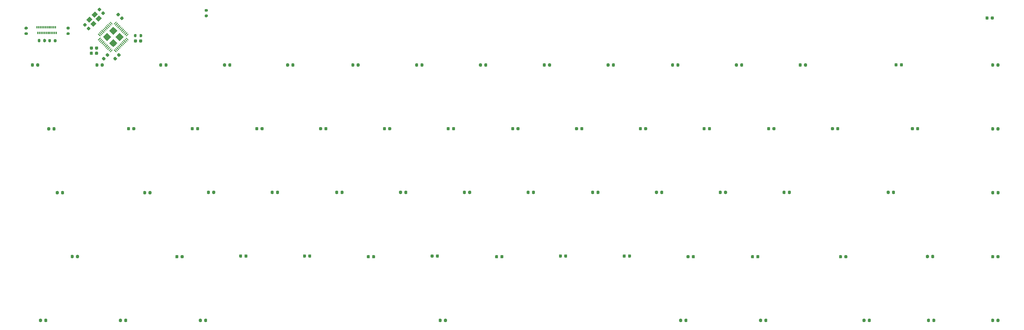
<source format=gbp>
G04 #@! TF.GenerationSoftware,KiCad,Pcbnew,(5.1.9)-1*
G04 #@! TF.CreationDate,2021-04-19T20:06:47-07:00*
G04 #@! TF.ProjectId,keyboard,6b657962-6f61-4726-942e-6b696361645f,rev?*
G04 #@! TF.SameCoordinates,Original*
G04 #@! TF.FileFunction,Paste,Bot*
G04 #@! TF.FilePolarity,Positive*
%FSLAX46Y46*%
G04 Gerber Fmt 4.6, Leading zero omitted, Abs format (unit mm)*
G04 Created by KiCad (PCBNEW (5.1.9)-1) date 2021-04-19 20:06:47*
%MOMM*%
%LPD*%
G01*
G04 APERTURE LIST*
%ADD10C,0.010000*%
%ADD11R,0.300000X0.700000*%
%ADD12C,0.100000*%
G04 APERTURE END LIST*
D10*
G04 #@! TO.C,U1*
G36*
X102870000Y-41739177D02*
G01*
X104029655Y-40579522D01*
X102870000Y-39419867D01*
X101710345Y-40579522D01*
X102870000Y-41739177D01*
G37*
X102870000Y-41739177D02*
X104029655Y-40579522D01*
X102870000Y-39419867D01*
X101710345Y-40579522D01*
X102870000Y-41739177D01*
G36*
X101031522Y-43577655D02*
G01*
X102191177Y-42418000D01*
X101031522Y-41258345D01*
X99871867Y-42418000D01*
X101031522Y-43577655D01*
G37*
X101031522Y-43577655D02*
X102191177Y-42418000D01*
X101031522Y-41258345D01*
X99871867Y-42418000D01*
X101031522Y-43577655D01*
G36*
X104708478Y-43577655D02*
G01*
X105868133Y-42418000D01*
X104708478Y-41258345D01*
X103548823Y-42418000D01*
X104708478Y-43577655D01*
G37*
X104708478Y-43577655D02*
X105868133Y-42418000D01*
X104708478Y-41258345D01*
X103548823Y-42418000D01*
X104708478Y-43577655D01*
G36*
X102870000Y-45416133D02*
G01*
X104029655Y-44256478D01*
X102870000Y-43096823D01*
X101710345Y-44256478D01*
X102870000Y-45416133D01*
G37*
X102870000Y-45416133D02*
X104029655Y-44256478D01*
X102870000Y-43096823D01*
X101710345Y-44256478D01*
X102870000Y-45416133D01*
G04 #@! TD*
G04 #@! TO.C,D68*
G36*
G01*
X364166900Y-37022750D02*
X364166900Y-36510250D01*
G75*
G02*
X364385650Y-36291500I218750J0D01*
G01*
X364823150Y-36291500D01*
G75*
G02*
X365041900Y-36510250I0J-218750D01*
G01*
X365041900Y-37022750D01*
G75*
G02*
X364823150Y-37241500I-218750J0D01*
G01*
X364385650Y-37241500D01*
G75*
G02*
X364166900Y-37022750I0J218750D01*
G01*
G37*
G36*
G01*
X362591900Y-37022750D02*
X362591900Y-36510250D01*
G75*
G02*
X362810650Y-36291500I218750J0D01*
G01*
X363248150Y-36291500D01*
G75*
G02*
X363466900Y-36510250I0J-218750D01*
G01*
X363466900Y-37022750D01*
G75*
G02*
X363248150Y-37241500I-218750J0D01*
G01*
X362810650Y-37241500D01*
G75*
G02*
X362591900Y-37022750I0J218750D01*
G01*
G37*
G04 #@! TD*
G04 #@! TO.C,C8*
G36*
G01*
X97451760Y-47554960D02*
X97451760Y-47054960D01*
G75*
G02*
X97676760Y-46829960I225000J0D01*
G01*
X98126760Y-46829960D01*
G75*
G02*
X98351760Y-47054960I0J-225000D01*
G01*
X98351760Y-47554960D01*
G75*
G02*
X98126760Y-47779960I-225000J0D01*
G01*
X97676760Y-47779960D01*
G75*
G02*
X97451760Y-47554960I0J225000D01*
G01*
G37*
G36*
G01*
X95901760Y-47554960D02*
X95901760Y-47054960D01*
G75*
G02*
X96126760Y-46829960I225000J0D01*
G01*
X96576760Y-46829960D01*
G75*
G02*
X96801760Y-47054960I0J-225000D01*
G01*
X96801760Y-47554960D01*
G75*
G02*
X96576760Y-47779960I-225000J0D01*
G01*
X96126760Y-47779960D01*
G75*
G02*
X95901760Y-47554960I0J225000D01*
G01*
G37*
G04 #@! TD*
D11*
G04 #@! TO.C,J1*
X80179920Y-39545480D03*
X80679920Y-39545480D03*
X81179920Y-39545480D03*
X81679920Y-39545480D03*
X82179920Y-39545480D03*
X82679920Y-39545480D03*
X83179920Y-39545480D03*
X83679920Y-39545480D03*
X84179920Y-39545480D03*
X84679920Y-39545480D03*
X85179920Y-39545480D03*
X85679920Y-39545480D03*
X85429920Y-41245480D03*
X83929920Y-41245480D03*
X84429920Y-41245480D03*
X84929920Y-41245480D03*
X85929920Y-41245480D03*
X83429920Y-41245480D03*
X82929920Y-41245480D03*
X82429920Y-41245480D03*
X81929920Y-41245480D03*
X81429920Y-41245480D03*
X80929920Y-41245480D03*
X80429920Y-41245480D03*
G04 #@! TD*
D12*
G04 #@! TO.C,Y1*
G36*
X98604569Y-35987984D02*
G01*
X99453097Y-36836512D01*
X98463147Y-37826462D01*
X97614619Y-36977934D01*
X98604569Y-35987984D01*
G37*
G36*
X97048934Y-37543619D02*
G01*
X97897462Y-38392147D01*
X96907512Y-39382097D01*
X96058984Y-38533569D01*
X97048934Y-37543619D01*
G37*
G36*
X95846853Y-36341538D02*
G01*
X96695381Y-37190066D01*
X95705431Y-38180016D01*
X94856903Y-37331488D01*
X95846853Y-36341538D01*
G37*
G36*
X97402488Y-34785903D02*
G01*
X98251016Y-35634431D01*
X97261066Y-36624381D01*
X96412538Y-35775853D01*
X97402488Y-34785903D01*
G37*
G04 #@! TD*
G04 #@! TO.C,C1*
G36*
G01*
X100356983Y-35487429D02*
X100003429Y-35840983D01*
G75*
G02*
X99685231Y-35840983I-159099J159099D01*
G01*
X99367033Y-35522785D01*
G75*
G02*
X99367033Y-35204587I159099J159099D01*
G01*
X99720587Y-34851033D01*
G75*
G02*
X100038785Y-34851033I159099J-159099D01*
G01*
X100356983Y-35169231D01*
G75*
G02*
X100356983Y-35487429I-159099J-159099D01*
G01*
G37*
G36*
G01*
X99260967Y-34391413D02*
X98907413Y-34744967D01*
G75*
G02*
X98589215Y-34744967I-159099J159099D01*
G01*
X98271017Y-34426769D01*
G75*
G02*
X98271017Y-34108571I159099J159099D01*
G01*
X98624571Y-33755017D01*
G75*
G02*
X98942769Y-33755017I159099J-159099D01*
G01*
X99260967Y-34073215D01*
G75*
G02*
X99260967Y-34391413I-159099J-159099D01*
G01*
G37*
G04 #@! TD*
G04 #@! TO.C,C2*
G36*
G01*
X94942967Y-38963413D02*
X94589413Y-39316967D01*
G75*
G02*
X94271215Y-39316967I-159099J159099D01*
G01*
X93953017Y-38998769D01*
G75*
G02*
X93953017Y-38680571I159099J159099D01*
G01*
X94306571Y-38327017D01*
G75*
G02*
X94624769Y-38327017I159099J-159099D01*
G01*
X94942967Y-38645215D01*
G75*
G02*
X94942967Y-38963413I-159099J-159099D01*
G01*
G37*
G36*
G01*
X96038983Y-40059429D02*
X95685429Y-40412983D01*
G75*
G02*
X95367231Y-40412983I-159099J159099D01*
G01*
X95049033Y-40094785D01*
G75*
G02*
X95049033Y-39776587I159099J159099D01*
G01*
X95402587Y-39423033D01*
G75*
G02*
X95720785Y-39423033I159099J-159099D01*
G01*
X96038983Y-39741231D01*
G75*
G02*
X96038983Y-40059429I-159099J-159099D01*
G01*
G37*
G04 #@! TD*
G04 #@! TO.C,C3*
G36*
G01*
X110578780Y-43859260D02*
X110578780Y-43359260D01*
G75*
G02*
X110803780Y-43134260I225000J0D01*
G01*
X111253780Y-43134260D01*
G75*
G02*
X111478780Y-43359260I0J-225000D01*
G01*
X111478780Y-43859260D01*
G75*
G02*
X111253780Y-44084260I-225000J0D01*
G01*
X110803780Y-44084260D01*
G75*
G02*
X110578780Y-43859260I0J225000D01*
G01*
G37*
G36*
G01*
X109028780Y-43859260D02*
X109028780Y-43359260D01*
G75*
G02*
X109253780Y-43134260I225000J0D01*
G01*
X109703780Y-43134260D01*
G75*
G02*
X109928780Y-43359260I0J-225000D01*
G01*
X109928780Y-43859260D01*
G75*
G02*
X109703780Y-44084260I-225000J0D01*
G01*
X109253780Y-44084260D01*
G75*
G02*
X109028780Y-43859260I0J225000D01*
G01*
G37*
G04 #@! TD*
G04 #@! TO.C,C4*
G36*
G01*
X96819840Y-45472540D02*
X96819840Y-45972540D01*
G75*
G02*
X96594840Y-46197540I-225000J0D01*
G01*
X96144840Y-46197540D01*
G75*
G02*
X95919840Y-45972540I0J225000D01*
G01*
X95919840Y-45472540D01*
G75*
G02*
X96144840Y-45247540I225000J0D01*
G01*
X96594840Y-45247540D01*
G75*
G02*
X96819840Y-45472540I0J-225000D01*
G01*
G37*
G36*
G01*
X98369840Y-45472540D02*
X98369840Y-45972540D01*
G75*
G02*
X98144840Y-46197540I-225000J0D01*
G01*
X97694840Y-46197540D01*
G75*
G02*
X97469840Y-45972540I0J225000D01*
G01*
X97469840Y-45472540D01*
G75*
G02*
X97694840Y-45247540I225000J0D01*
G01*
X98144840Y-45247540D01*
G75*
G02*
X98369840Y-45472540I0J-225000D01*
G01*
G37*
G04 #@! TD*
G04 #@! TO.C,C5*
G36*
G01*
X101288669Y-47328777D02*
X101642223Y-47682331D01*
G75*
G02*
X101642223Y-48000529I-159099J-159099D01*
G01*
X101324025Y-48318727D01*
G75*
G02*
X101005827Y-48318727I-159099J159099D01*
G01*
X100652273Y-47965173D01*
G75*
G02*
X100652273Y-47646975I159099J159099D01*
G01*
X100970471Y-47328777D01*
G75*
G02*
X101288669Y-47328777I159099J-159099D01*
G01*
G37*
G36*
G01*
X100192653Y-48424793D02*
X100546207Y-48778347D01*
G75*
G02*
X100546207Y-49096545I-159099J-159099D01*
G01*
X100228009Y-49414743D01*
G75*
G02*
X99909811Y-49414743I-159099J159099D01*
G01*
X99556257Y-49061189D01*
G75*
G02*
X99556257Y-48742991I159099J159099D01*
G01*
X99874455Y-48424793D01*
G75*
G02*
X100192653Y-48424793I159099J-159099D01*
G01*
G37*
G04 #@! TD*
G04 #@! TO.C,C6*
G36*
G01*
X104700521Y-47312905D02*
X105054075Y-47666459D01*
G75*
G02*
X105054075Y-47984657I-159099J-159099D01*
G01*
X104735877Y-48302855D01*
G75*
G02*
X104417679Y-48302855I-159099J159099D01*
G01*
X104064125Y-47949301D01*
G75*
G02*
X104064125Y-47631103I159099J159099D01*
G01*
X104382323Y-47312905D01*
G75*
G02*
X104700521Y-47312905I159099J-159099D01*
G01*
G37*
G36*
G01*
X103604505Y-48408921D02*
X103958059Y-48762475D01*
G75*
G02*
X103958059Y-49080673I-159099J-159099D01*
G01*
X103639861Y-49398871D01*
G75*
G02*
X103321663Y-49398871I-159099J159099D01*
G01*
X102968109Y-49045317D01*
G75*
G02*
X102968109Y-48727119I159099J159099D01*
G01*
X103286307Y-48408921D01*
G75*
G02*
X103604505Y-48408921I159099J-159099D01*
G01*
G37*
G04 #@! TD*
G04 #@! TO.C,C7*
G36*
G01*
X104831187Y-35895093D02*
X104477633Y-36248647D01*
G75*
G02*
X104159435Y-36248647I-159099J159099D01*
G01*
X103841237Y-35930449D01*
G75*
G02*
X103841237Y-35612251I159099J159099D01*
G01*
X104194791Y-35258697D01*
G75*
G02*
X104512989Y-35258697I159099J-159099D01*
G01*
X104831187Y-35576895D01*
G75*
G02*
X104831187Y-35895093I-159099J-159099D01*
G01*
G37*
G36*
G01*
X105927203Y-36991109D02*
X105573649Y-37344663D01*
G75*
G02*
X105255451Y-37344663I-159099J159099D01*
G01*
X104937253Y-37026465D01*
G75*
G02*
X104937253Y-36708267I159099J159099D01*
G01*
X105290807Y-36354713D01*
G75*
G02*
X105609005Y-36354713I159099J-159099D01*
G01*
X105927203Y-36672911D01*
G75*
G02*
X105927203Y-36991109I-159099J-159099D01*
G01*
G37*
G04 #@! TD*
G04 #@! TO.C,D1*
G36*
G01*
X80825000Y-50543750D02*
X80825000Y-51056250D01*
G75*
G02*
X80606250Y-51275000I-218750J0D01*
G01*
X80168750Y-51275000D01*
G75*
G02*
X79950000Y-51056250I0J218750D01*
G01*
X79950000Y-50543750D01*
G75*
G02*
X80168750Y-50325000I218750J0D01*
G01*
X80606250Y-50325000D01*
G75*
G02*
X80825000Y-50543750I0J-218750D01*
G01*
G37*
G36*
G01*
X79250000Y-50543750D02*
X79250000Y-51056250D01*
G75*
G02*
X79031250Y-51275000I-218750J0D01*
G01*
X78593750Y-51275000D01*
G75*
G02*
X78375000Y-51056250I0J218750D01*
G01*
X78375000Y-50543750D01*
G75*
G02*
X78593750Y-50325000I218750J0D01*
G01*
X79031250Y-50325000D01*
G75*
G02*
X79250000Y-50543750I0J-218750D01*
G01*
G37*
G04 #@! TD*
G04 #@! TO.C,D2*
G36*
G01*
X85680000Y-69593750D02*
X85680000Y-70106250D01*
G75*
G02*
X85461250Y-70325000I-218750J0D01*
G01*
X85023750Y-70325000D01*
G75*
G02*
X84805000Y-70106250I0J218750D01*
G01*
X84805000Y-69593750D01*
G75*
G02*
X85023750Y-69375000I218750J0D01*
G01*
X85461250Y-69375000D01*
G75*
G02*
X85680000Y-69593750I0J-218750D01*
G01*
G37*
G36*
G01*
X84105000Y-69593750D02*
X84105000Y-70106250D01*
G75*
G02*
X83886250Y-70325000I-218750J0D01*
G01*
X83448750Y-70325000D01*
G75*
G02*
X83230000Y-70106250I0J218750D01*
G01*
X83230000Y-69593750D01*
G75*
G02*
X83448750Y-69375000I218750J0D01*
G01*
X83886250Y-69375000D01*
G75*
G02*
X84105000Y-69593750I0J-218750D01*
G01*
G37*
G04 #@! TD*
G04 #@! TO.C,D3*
G36*
G01*
X86645000Y-88643750D02*
X86645000Y-89156250D01*
G75*
G02*
X86426250Y-89375000I-218750J0D01*
G01*
X85988750Y-89375000D01*
G75*
G02*
X85770000Y-89156250I0J218750D01*
G01*
X85770000Y-88643750D01*
G75*
G02*
X85988750Y-88425000I218750J0D01*
G01*
X86426250Y-88425000D01*
G75*
G02*
X86645000Y-88643750I0J-218750D01*
G01*
G37*
G36*
G01*
X88220000Y-88643750D02*
X88220000Y-89156250D01*
G75*
G02*
X88001250Y-89375000I-218750J0D01*
G01*
X87563750Y-89375000D01*
G75*
G02*
X87345000Y-89156250I0J218750D01*
G01*
X87345000Y-88643750D01*
G75*
G02*
X87563750Y-88425000I218750J0D01*
G01*
X88001250Y-88425000D01*
G75*
G02*
X88220000Y-88643750I0J-218750D01*
G01*
G37*
G04 #@! TD*
G04 #@! TO.C,D4*
G36*
G01*
X92665000Y-107693750D02*
X92665000Y-108206250D01*
G75*
G02*
X92446250Y-108425000I-218750J0D01*
G01*
X92008750Y-108425000D01*
G75*
G02*
X91790000Y-108206250I0J218750D01*
G01*
X91790000Y-107693750D01*
G75*
G02*
X92008750Y-107475000I218750J0D01*
G01*
X92446250Y-107475000D01*
G75*
G02*
X92665000Y-107693750I0J-218750D01*
G01*
G37*
G36*
G01*
X91090000Y-107693750D02*
X91090000Y-108206250D01*
G75*
G02*
X90871250Y-108425000I-218750J0D01*
G01*
X90433750Y-108425000D01*
G75*
G02*
X90215000Y-108206250I0J218750D01*
G01*
X90215000Y-107693750D01*
G75*
G02*
X90433750Y-107475000I218750J0D01*
G01*
X90871250Y-107475000D01*
G75*
G02*
X91090000Y-107693750I0J-218750D01*
G01*
G37*
G04 #@! TD*
G04 #@! TO.C,D5*
G36*
G01*
X81650000Y-126743750D02*
X81650000Y-127256250D01*
G75*
G02*
X81431250Y-127475000I-218750J0D01*
G01*
X80993750Y-127475000D01*
G75*
G02*
X80775000Y-127256250I0J218750D01*
G01*
X80775000Y-126743750D01*
G75*
G02*
X80993750Y-126525000I218750J0D01*
G01*
X81431250Y-126525000D01*
G75*
G02*
X81650000Y-126743750I0J-218750D01*
G01*
G37*
G36*
G01*
X83225000Y-126743750D02*
X83225000Y-127256250D01*
G75*
G02*
X83006250Y-127475000I-218750J0D01*
G01*
X82568750Y-127475000D01*
G75*
G02*
X82350000Y-127256250I0J218750D01*
G01*
X82350000Y-126743750D01*
G75*
G02*
X82568750Y-126525000I218750J0D01*
G01*
X83006250Y-126525000D01*
G75*
G02*
X83225000Y-126743750I0J-218750D01*
G01*
G37*
G04 #@! TD*
G04 #@! TO.C,D6*
G36*
G01*
X98450000Y-50543750D02*
X98450000Y-51056250D01*
G75*
G02*
X98231250Y-51275000I-218750J0D01*
G01*
X97793750Y-51275000D01*
G75*
G02*
X97575000Y-51056250I0J218750D01*
G01*
X97575000Y-50543750D01*
G75*
G02*
X97793750Y-50325000I218750J0D01*
G01*
X98231250Y-50325000D01*
G75*
G02*
X98450000Y-50543750I0J-218750D01*
G01*
G37*
G36*
G01*
X100025000Y-50543750D02*
X100025000Y-51056250D01*
G75*
G02*
X99806250Y-51275000I-218750J0D01*
G01*
X99368750Y-51275000D01*
G75*
G02*
X99150000Y-51056250I0J218750D01*
G01*
X99150000Y-50543750D01*
G75*
G02*
X99368750Y-50325000I218750J0D01*
G01*
X99806250Y-50325000D01*
G75*
G02*
X100025000Y-50543750I0J-218750D01*
G01*
G37*
G04 #@! TD*
G04 #@! TO.C,D7*
G36*
G01*
X107850000Y-69543750D02*
X107850000Y-70056250D01*
G75*
G02*
X107631250Y-70275000I-218750J0D01*
G01*
X107193750Y-70275000D01*
G75*
G02*
X106975000Y-70056250I0J218750D01*
G01*
X106975000Y-69543750D01*
G75*
G02*
X107193750Y-69325000I218750J0D01*
G01*
X107631250Y-69325000D01*
G75*
G02*
X107850000Y-69543750I0J-218750D01*
G01*
G37*
G36*
G01*
X109425000Y-69543750D02*
X109425000Y-70056250D01*
G75*
G02*
X109206250Y-70275000I-218750J0D01*
G01*
X108768750Y-70275000D01*
G75*
G02*
X108550000Y-70056250I0J218750D01*
G01*
X108550000Y-69543750D01*
G75*
G02*
X108768750Y-69325000I218750J0D01*
G01*
X109206250Y-69325000D01*
G75*
G02*
X109425000Y-69543750I0J-218750D01*
G01*
G37*
G04 #@! TD*
G04 #@! TO.C,D8*
G36*
G01*
X114255000Y-88643750D02*
X114255000Y-89156250D01*
G75*
G02*
X114036250Y-89375000I-218750J0D01*
G01*
X113598750Y-89375000D01*
G75*
G02*
X113380000Y-89156250I0J218750D01*
G01*
X113380000Y-88643750D01*
G75*
G02*
X113598750Y-88425000I218750J0D01*
G01*
X114036250Y-88425000D01*
G75*
G02*
X114255000Y-88643750I0J-218750D01*
G01*
G37*
G36*
G01*
X112680000Y-88643750D02*
X112680000Y-89156250D01*
G75*
G02*
X112461250Y-89375000I-218750J0D01*
G01*
X112023750Y-89375000D01*
G75*
G02*
X111805000Y-89156250I0J218750D01*
G01*
X111805000Y-88643750D01*
G75*
G02*
X112023750Y-88425000I218750J0D01*
G01*
X112461250Y-88425000D01*
G75*
G02*
X112680000Y-88643750I0J-218750D01*
G01*
G37*
G04 #@! TD*
G04 #@! TO.C,D9*
G36*
G01*
X105450000Y-126743750D02*
X105450000Y-127256250D01*
G75*
G02*
X105231250Y-127475000I-218750J0D01*
G01*
X104793750Y-127475000D01*
G75*
G02*
X104575000Y-127256250I0J218750D01*
G01*
X104575000Y-126743750D01*
G75*
G02*
X104793750Y-126525000I218750J0D01*
G01*
X105231250Y-126525000D01*
G75*
G02*
X105450000Y-126743750I0J-218750D01*
G01*
G37*
G36*
G01*
X107025000Y-126743750D02*
X107025000Y-127256250D01*
G75*
G02*
X106806250Y-127475000I-218750J0D01*
G01*
X106368750Y-127475000D01*
G75*
G02*
X106150000Y-127256250I0J218750D01*
G01*
X106150000Y-126743750D01*
G75*
G02*
X106368750Y-126525000I218750J0D01*
G01*
X106806250Y-126525000D01*
G75*
G02*
X107025000Y-126743750I0J-218750D01*
G01*
G37*
G04 #@! TD*
G04 #@! TO.C,D10*
G36*
G01*
X117450000Y-50543750D02*
X117450000Y-51056250D01*
G75*
G02*
X117231250Y-51275000I-218750J0D01*
G01*
X116793750Y-51275000D01*
G75*
G02*
X116575000Y-51056250I0J218750D01*
G01*
X116575000Y-50543750D01*
G75*
G02*
X116793750Y-50325000I218750J0D01*
G01*
X117231250Y-50325000D01*
G75*
G02*
X117450000Y-50543750I0J-218750D01*
G01*
G37*
G36*
G01*
X119025000Y-50543750D02*
X119025000Y-51056250D01*
G75*
G02*
X118806250Y-51275000I-218750J0D01*
G01*
X118368750Y-51275000D01*
G75*
G02*
X118150000Y-51056250I0J218750D01*
G01*
X118150000Y-50543750D01*
G75*
G02*
X118368750Y-50325000I218750J0D01*
G01*
X118806250Y-50325000D01*
G75*
G02*
X119025000Y-50543750I0J-218750D01*
G01*
G37*
G04 #@! TD*
G04 #@! TO.C,D11*
G36*
G01*
X126850000Y-69543750D02*
X126850000Y-70056250D01*
G75*
G02*
X126631250Y-70275000I-218750J0D01*
G01*
X126193750Y-70275000D01*
G75*
G02*
X125975000Y-70056250I0J218750D01*
G01*
X125975000Y-69543750D01*
G75*
G02*
X126193750Y-69325000I218750J0D01*
G01*
X126631250Y-69325000D01*
G75*
G02*
X126850000Y-69543750I0J-218750D01*
G01*
G37*
G36*
G01*
X128425000Y-69543750D02*
X128425000Y-70056250D01*
G75*
G02*
X128206250Y-70275000I-218750J0D01*
G01*
X127768750Y-70275000D01*
G75*
G02*
X127550000Y-70056250I0J218750D01*
G01*
X127550000Y-69543750D01*
G75*
G02*
X127768750Y-69325000I218750J0D01*
G01*
X128206250Y-69325000D01*
G75*
G02*
X128425000Y-69543750I0J-218750D01*
G01*
G37*
G04 #@! TD*
G04 #@! TO.C,D12*
G36*
G01*
X133225000Y-88543750D02*
X133225000Y-89056250D01*
G75*
G02*
X133006250Y-89275000I-218750J0D01*
G01*
X132568750Y-89275000D01*
G75*
G02*
X132350000Y-89056250I0J218750D01*
G01*
X132350000Y-88543750D01*
G75*
G02*
X132568750Y-88325000I218750J0D01*
G01*
X133006250Y-88325000D01*
G75*
G02*
X133225000Y-88543750I0J-218750D01*
G01*
G37*
G36*
G01*
X131650000Y-88543750D02*
X131650000Y-89056250D01*
G75*
G02*
X131431250Y-89275000I-218750J0D01*
G01*
X130993750Y-89275000D01*
G75*
G02*
X130775000Y-89056250I0J218750D01*
G01*
X130775000Y-88543750D01*
G75*
G02*
X130993750Y-88325000I218750J0D01*
G01*
X131431250Y-88325000D01*
G75*
G02*
X131650000Y-88543750I0J-218750D01*
G01*
G37*
G04 #@! TD*
G04 #@! TO.C,D13*
G36*
G01*
X123825000Y-107743750D02*
X123825000Y-108256250D01*
G75*
G02*
X123606250Y-108475000I-218750J0D01*
G01*
X123168750Y-108475000D01*
G75*
G02*
X122950000Y-108256250I0J218750D01*
G01*
X122950000Y-107743750D01*
G75*
G02*
X123168750Y-107525000I218750J0D01*
G01*
X123606250Y-107525000D01*
G75*
G02*
X123825000Y-107743750I0J-218750D01*
G01*
G37*
G36*
G01*
X122250000Y-107743750D02*
X122250000Y-108256250D01*
G75*
G02*
X122031250Y-108475000I-218750J0D01*
G01*
X121593750Y-108475000D01*
G75*
G02*
X121375000Y-108256250I0J218750D01*
G01*
X121375000Y-107743750D01*
G75*
G02*
X121593750Y-107525000I218750J0D01*
G01*
X122031250Y-107525000D01*
G75*
G02*
X122250000Y-107743750I0J-218750D01*
G01*
G37*
G04 #@! TD*
G04 #@! TO.C,D14*
G36*
G01*
X129250000Y-126743750D02*
X129250000Y-127256250D01*
G75*
G02*
X129031250Y-127475000I-218750J0D01*
G01*
X128593750Y-127475000D01*
G75*
G02*
X128375000Y-127256250I0J218750D01*
G01*
X128375000Y-126743750D01*
G75*
G02*
X128593750Y-126525000I218750J0D01*
G01*
X129031250Y-126525000D01*
G75*
G02*
X129250000Y-126743750I0J-218750D01*
G01*
G37*
G36*
G01*
X130825000Y-126743750D02*
X130825000Y-127256250D01*
G75*
G02*
X130606250Y-127475000I-218750J0D01*
G01*
X130168750Y-127475000D01*
G75*
G02*
X129950000Y-127256250I0J218750D01*
G01*
X129950000Y-126743750D01*
G75*
G02*
X130168750Y-126525000I218750J0D01*
G01*
X130606250Y-126525000D01*
G75*
G02*
X130825000Y-126743750I0J-218750D01*
G01*
G37*
G04 #@! TD*
G04 #@! TO.C,D15*
G36*
G01*
X138025000Y-50543750D02*
X138025000Y-51056250D01*
G75*
G02*
X137806250Y-51275000I-218750J0D01*
G01*
X137368750Y-51275000D01*
G75*
G02*
X137150000Y-51056250I0J218750D01*
G01*
X137150000Y-50543750D01*
G75*
G02*
X137368750Y-50325000I218750J0D01*
G01*
X137806250Y-50325000D01*
G75*
G02*
X138025000Y-50543750I0J-218750D01*
G01*
G37*
G36*
G01*
X136450000Y-50543750D02*
X136450000Y-51056250D01*
G75*
G02*
X136231250Y-51275000I-218750J0D01*
G01*
X135793750Y-51275000D01*
G75*
G02*
X135575000Y-51056250I0J218750D01*
G01*
X135575000Y-50543750D01*
G75*
G02*
X135793750Y-50325000I218750J0D01*
G01*
X136231250Y-50325000D01*
G75*
G02*
X136450000Y-50543750I0J-218750D01*
G01*
G37*
G04 #@! TD*
G04 #@! TO.C,D16*
G36*
G01*
X147625000Y-69543750D02*
X147625000Y-70056250D01*
G75*
G02*
X147406250Y-70275000I-218750J0D01*
G01*
X146968750Y-70275000D01*
G75*
G02*
X146750000Y-70056250I0J218750D01*
G01*
X146750000Y-69543750D01*
G75*
G02*
X146968750Y-69325000I218750J0D01*
G01*
X147406250Y-69325000D01*
G75*
G02*
X147625000Y-69543750I0J-218750D01*
G01*
G37*
G36*
G01*
X146050000Y-69543750D02*
X146050000Y-70056250D01*
G75*
G02*
X145831250Y-70275000I-218750J0D01*
G01*
X145393750Y-70275000D01*
G75*
G02*
X145175000Y-70056250I0J218750D01*
G01*
X145175000Y-69543750D01*
G75*
G02*
X145393750Y-69325000I218750J0D01*
G01*
X145831250Y-69325000D01*
G75*
G02*
X146050000Y-69543750I0J-218750D01*
G01*
G37*
G04 #@! TD*
G04 #@! TO.C,D17*
G36*
G01*
X150650000Y-88543750D02*
X150650000Y-89056250D01*
G75*
G02*
X150431250Y-89275000I-218750J0D01*
G01*
X149993750Y-89275000D01*
G75*
G02*
X149775000Y-89056250I0J218750D01*
G01*
X149775000Y-88543750D01*
G75*
G02*
X149993750Y-88325000I218750J0D01*
G01*
X150431250Y-88325000D01*
G75*
G02*
X150650000Y-88543750I0J-218750D01*
G01*
G37*
G36*
G01*
X152225000Y-88543750D02*
X152225000Y-89056250D01*
G75*
G02*
X152006250Y-89275000I-218750J0D01*
G01*
X151568750Y-89275000D01*
G75*
G02*
X151350000Y-89056250I0J218750D01*
G01*
X151350000Y-88543750D01*
G75*
G02*
X151568750Y-88325000I218750J0D01*
G01*
X152006250Y-88325000D01*
G75*
G02*
X152225000Y-88543750I0J-218750D01*
G01*
G37*
G04 #@! TD*
G04 #@! TO.C,D18*
G36*
G01*
X142825000Y-107543750D02*
X142825000Y-108056250D01*
G75*
G02*
X142606250Y-108275000I-218750J0D01*
G01*
X142168750Y-108275000D01*
G75*
G02*
X141950000Y-108056250I0J218750D01*
G01*
X141950000Y-107543750D01*
G75*
G02*
X142168750Y-107325000I218750J0D01*
G01*
X142606250Y-107325000D01*
G75*
G02*
X142825000Y-107543750I0J-218750D01*
G01*
G37*
G36*
G01*
X141250000Y-107543750D02*
X141250000Y-108056250D01*
G75*
G02*
X141031250Y-108275000I-218750J0D01*
G01*
X140593750Y-108275000D01*
G75*
G02*
X140375000Y-108056250I0J218750D01*
G01*
X140375000Y-107543750D01*
G75*
G02*
X140593750Y-107325000I218750J0D01*
G01*
X141031250Y-107325000D01*
G75*
G02*
X141250000Y-107543750I0J-218750D01*
G01*
G37*
G04 #@! TD*
G04 #@! TO.C,D19*
G36*
G01*
X156800000Y-50543750D02*
X156800000Y-51056250D01*
G75*
G02*
X156581250Y-51275000I-218750J0D01*
G01*
X156143750Y-51275000D01*
G75*
G02*
X155925000Y-51056250I0J218750D01*
G01*
X155925000Y-50543750D01*
G75*
G02*
X156143750Y-50325000I218750J0D01*
G01*
X156581250Y-50325000D01*
G75*
G02*
X156800000Y-50543750I0J-218750D01*
G01*
G37*
G36*
G01*
X155225000Y-50543750D02*
X155225000Y-51056250D01*
G75*
G02*
X155006250Y-51275000I-218750J0D01*
G01*
X154568750Y-51275000D01*
G75*
G02*
X154350000Y-51056250I0J218750D01*
G01*
X154350000Y-50543750D01*
G75*
G02*
X154568750Y-50325000I218750J0D01*
G01*
X155006250Y-50325000D01*
G75*
G02*
X155225000Y-50543750I0J-218750D01*
G01*
G37*
G04 #@! TD*
G04 #@! TO.C,D20*
G36*
G01*
X165050000Y-69543750D02*
X165050000Y-70056250D01*
G75*
G02*
X164831250Y-70275000I-218750J0D01*
G01*
X164393750Y-70275000D01*
G75*
G02*
X164175000Y-70056250I0J218750D01*
G01*
X164175000Y-69543750D01*
G75*
G02*
X164393750Y-69325000I218750J0D01*
G01*
X164831250Y-69325000D01*
G75*
G02*
X165050000Y-69543750I0J-218750D01*
G01*
G37*
G36*
G01*
X166625000Y-69543750D02*
X166625000Y-70056250D01*
G75*
G02*
X166406250Y-70275000I-218750J0D01*
G01*
X165968750Y-70275000D01*
G75*
G02*
X165750000Y-70056250I0J218750D01*
G01*
X165750000Y-69543750D01*
G75*
G02*
X165968750Y-69325000I218750J0D01*
G01*
X166406250Y-69325000D01*
G75*
G02*
X166625000Y-69543750I0J-218750D01*
G01*
G37*
G04 #@! TD*
G04 #@! TO.C,D21*
G36*
G01*
X171425000Y-88543750D02*
X171425000Y-89056250D01*
G75*
G02*
X171206250Y-89275000I-218750J0D01*
G01*
X170768750Y-89275000D01*
G75*
G02*
X170550000Y-89056250I0J218750D01*
G01*
X170550000Y-88543750D01*
G75*
G02*
X170768750Y-88325000I218750J0D01*
G01*
X171206250Y-88325000D01*
G75*
G02*
X171425000Y-88543750I0J-218750D01*
G01*
G37*
G36*
G01*
X169850000Y-88543750D02*
X169850000Y-89056250D01*
G75*
G02*
X169631250Y-89275000I-218750J0D01*
G01*
X169193750Y-89275000D01*
G75*
G02*
X168975000Y-89056250I0J218750D01*
G01*
X168975000Y-88543750D01*
G75*
G02*
X169193750Y-88325000I218750J0D01*
G01*
X169631250Y-88325000D01*
G75*
G02*
X169850000Y-88543750I0J-218750D01*
G01*
G37*
G04 #@! TD*
G04 #@! TO.C,D22*
G36*
G01*
X160250000Y-107543750D02*
X160250000Y-108056250D01*
G75*
G02*
X160031250Y-108275000I-218750J0D01*
G01*
X159593750Y-108275000D01*
G75*
G02*
X159375000Y-108056250I0J218750D01*
G01*
X159375000Y-107543750D01*
G75*
G02*
X159593750Y-107325000I218750J0D01*
G01*
X160031250Y-107325000D01*
G75*
G02*
X160250000Y-107543750I0J-218750D01*
G01*
G37*
G36*
G01*
X161825000Y-107543750D02*
X161825000Y-108056250D01*
G75*
G02*
X161606250Y-108275000I-218750J0D01*
G01*
X161168750Y-108275000D01*
G75*
G02*
X160950000Y-108056250I0J218750D01*
G01*
X160950000Y-107543750D01*
G75*
G02*
X161168750Y-107325000I218750J0D01*
G01*
X161606250Y-107325000D01*
G75*
G02*
X161825000Y-107543750I0J-218750D01*
G01*
G37*
G04 #@! TD*
G04 #@! TO.C,D23*
G36*
G01*
X176225000Y-50543750D02*
X176225000Y-51056250D01*
G75*
G02*
X176006250Y-51275000I-218750J0D01*
G01*
X175568750Y-51275000D01*
G75*
G02*
X175350000Y-51056250I0J218750D01*
G01*
X175350000Y-50543750D01*
G75*
G02*
X175568750Y-50325000I218750J0D01*
G01*
X176006250Y-50325000D01*
G75*
G02*
X176225000Y-50543750I0J-218750D01*
G01*
G37*
G36*
G01*
X174650000Y-50543750D02*
X174650000Y-51056250D01*
G75*
G02*
X174431250Y-51275000I-218750J0D01*
G01*
X173993750Y-51275000D01*
G75*
G02*
X173775000Y-51056250I0J218750D01*
G01*
X173775000Y-50543750D01*
G75*
G02*
X173993750Y-50325000I218750J0D01*
G01*
X174431250Y-50325000D01*
G75*
G02*
X174650000Y-50543750I0J-218750D01*
G01*
G37*
G04 #@! TD*
G04 #@! TO.C,D24*
G36*
G01*
X185625000Y-69543750D02*
X185625000Y-70056250D01*
G75*
G02*
X185406250Y-70275000I-218750J0D01*
G01*
X184968750Y-70275000D01*
G75*
G02*
X184750000Y-70056250I0J218750D01*
G01*
X184750000Y-69543750D01*
G75*
G02*
X184968750Y-69325000I218750J0D01*
G01*
X185406250Y-69325000D01*
G75*
G02*
X185625000Y-69543750I0J-218750D01*
G01*
G37*
G36*
G01*
X184050000Y-69543750D02*
X184050000Y-70056250D01*
G75*
G02*
X183831250Y-70275000I-218750J0D01*
G01*
X183393750Y-70275000D01*
G75*
G02*
X183175000Y-70056250I0J218750D01*
G01*
X183175000Y-69543750D01*
G75*
G02*
X183393750Y-69325000I218750J0D01*
G01*
X183831250Y-69325000D01*
G75*
G02*
X184050000Y-69543750I0J-218750D01*
G01*
G37*
G04 #@! TD*
G04 #@! TO.C,D25*
G36*
G01*
X190425000Y-88543750D02*
X190425000Y-89056250D01*
G75*
G02*
X190206250Y-89275000I-218750J0D01*
G01*
X189768750Y-89275000D01*
G75*
G02*
X189550000Y-89056250I0J218750D01*
G01*
X189550000Y-88543750D01*
G75*
G02*
X189768750Y-88325000I218750J0D01*
G01*
X190206250Y-88325000D01*
G75*
G02*
X190425000Y-88543750I0J-218750D01*
G01*
G37*
G36*
G01*
X188850000Y-88543750D02*
X188850000Y-89056250D01*
G75*
G02*
X188631250Y-89275000I-218750J0D01*
G01*
X188193750Y-89275000D01*
G75*
G02*
X187975000Y-89056250I0J218750D01*
G01*
X187975000Y-88543750D01*
G75*
G02*
X188193750Y-88325000I218750J0D01*
G01*
X188631250Y-88325000D01*
G75*
G02*
X188850000Y-88543750I0J-218750D01*
G01*
G37*
G04 #@! TD*
G04 #@! TO.C,D26*
G36*
G01*
X179250000Y-107743750D02*
X179250000Y-108256250D01*
G75*
G02*
X179031250Y-108475000I-218750J0D01*
G01*
X178593750Y-108475000D01*
G75*
G02*
X178375000Y-108256250I0J218750D01*
G01*
X178375000Y-107743750D01*
G75*
G02*
X178593750Y-107525000I218750J0D01*
G01*
X179031250Y-107525000D01*
G75*
G02*
X179250000Y-107743750I0J-218750D01*
G01*
G37*
G36*
G01*
X180825000Y-107743750D02*
X180825000Y-108256250D01*
G75*
G02*
X180606250Y-108475000I-218750J0D01*
G01*
X180168750Y-108475000D01*
G75*
G02*
X179950000Y-108256250I0J218750D01*
G01*
X179950000Y-107743750D01*
G75*
G02*
X180168750Y-107525000I218750J0D01*
G01*
X180606250Y-107525000D01*
G75*
G02*
X180825000Y-107743750I0J-218750D01*
G01*
G37*
G04 #@! TD*
G04 #@! TO.C,D27*
G36*
G01*
X193650000Y-50543750D02*
X193650000Y-51056250D01*
G75*
G02*
X193431250Y-51275000I-218750J0D01*
G01*
X192993750Y-51275000D01*
G75*
G02*
X192775000Y-51056250I0J218750D01*
G01*
X192775000Y-50543750D01*
G75*
G02*
X192993750Y-50325000I218750J0D01*
G01*
X193431250Y-50325000D01*
G75*
G02*
X193650000Y-50543750I0J-218750D01*
G01*
G37*
G36*
G01*
X195225000Y-50543750D02*
X195225000Y-51056250D01*
G75*
G02*
X195006250Y-51275000I-218750J0D01*
G01*
X194568750Y-51275000D01*
G75*
G02*
X194350000Y-51056250I0J218750D01*
G01*
X194350000Y-50543750D01*
G75*
G02*
X194568750Y-50325000I218750J0D01*
G01*
X195006250Y-50325000D01*
G75*
G02*
X195225000Y-50543750I0J-218750D01*
G01*
G37*
G04 #@! TD*
G04 #@! TO.C,D28*
G36*
G01*
X203050000Y-69543750D02*
X203050000Y-70056250D01*
G75*
G02*
X202831250Y-70275000I-218750J0D01*
G01*
X202393750Y-70275000D01*
G75*
G02*
X202175000Y-70056250I0J218750D01*
G01*
X202175000Y-69543750D01*
G75*
G02*
X202393750Y-69325000I218750J0D01*
G01*
X202831250Y-69325000D01*
G75*
G02*
X203050000Y-69543750I0J-218750D01*
G01*
G37*
G36*
G01*
X204625000Y-69543750D02*
X204625000Y-70056250D01*
G75*
G02*
X204406250Y-70275000I-218750J0D01*
G01*
X203968750Y-70275000D01*
G75*
G02*
X203750000Y-70056250I0J218750D01*
G01*
X203750000Y-69543750D01*
G75*
G02*
X203968750Y-69325000I218750J0D01*
G01*
X204406250Y-69325000D01*
G75*
G02*
X204625000Y-69543750I0J-218750D01*
G01*
G37*
G04 #@! TD*
G04 #@! TO.C,D29*
G36*
G01*
X207862500Y-88543750D02*
X207862500Y-89056250D01*
G75*
G02*
X207643750Y-89275000I-218750J0D01*
G01*
X207206250Y-89275000D01*
G75*
G02*
X206987500Y-89056250I0J218750D01*
G01*
X206987500Y-88543750D01*
G75*
G02*
X207206250Y-88325000I218750J0D01*
G01*
X207643750Y-88325000D01*
G75*
G02*
X207862500Y-88543750I0J-218750D01*
G01*
G37*
G36*
G01*
X209437500Y-88543750D02*
X209437500Y-89056250D01*
G75*
G02*
X209218750Y-89275000I-218750J0D01*
G01*
X208781250Y-89275000D01*
G75*
G02*
X208562500Y-89056250I0J218750D01*
G01*
X208562500Y-88543750D01*
G75*
G02*
X208781250Y-88325000I218750J0D01*
G01*
X209218750Y-88325000D01*
G75*
G02*
X209437500Y-88543750I0J-218750D01*
G01*
G37*
G04 #@! TD*
G04 #@! TO.C,D30*
G36*
G01*
X199825000Y-107543750D02*
X199825000Y-108056250D01*
G75*
G02*
X199606250Y-108275000I-218750J0D01*
G01*
X199168750Y-108275000D01*
G75*
G02*
X198950000Y-108056250I0J218750D01*
G01*
X198950000Y-107543750D01*
G75*
G02*
X199168750Y-107325000I218750J0D01*
G01*
X199606250Y-107325000D01*
G75*
G02*
X199825000Y-107543750I0J-218750D01*
G01*
G37*
G36*
G01*
X198250000Y-107543750D02*
X198250000Y-108056250D01*
G75*
G02*
X198031250Y-108275000I-218750J0D01*
G01*
X197593750Y-108275000D01*
G75*
G02*
X197375000Y-108056250I0J218750D01*
G01*
X197375000Y-107543750D01*
G75*
G02*
X197593750Y-107325000I218750J0D01*
G01*
X198031250Y-107325000D01*
G75*
G02*
X198250000Y-107543750I0J-218750D01*
G01*
G37*
G04 #@! TD*
G04 #@! TO.C,D31*
G36*
G01*
X200650000Y-126743750D02*
X200650000Y-127256250D01*
G75*
G02*
X200431250Y-127475000I-218750J0D01*
G01*
X199993750Y-127475000D01*
G75*
G02*
X199775000Y-127256250I0J218750D01*
G01*
X199775000Y-126743750D01*
G75*
G02*
X199993750Y-126525000I218750J0D01*
G01*
X200431250Y-126525000D01*
G75*
G02*
X200650000Y-126743750I0J-218750D01*
G01*
G37*
G36*
G01*
X202225000Y-126743750D02*
X202225000Y-127256250D01*
G75*
G02*
X202006250Y-127475000I-218750J0D01*
G01*
X201568750Y-127475000D01*
G75*
G02*
X201350000Y-127256250I0J218750D01*
G01*
X201350000Y-126743750D01*
G75*
G02*
X201568750Y-126525000I218750J0D01*
G01*
X202006250Y-126525000D01*
G75*
G02*
X202225000Y-126743750I0J-218750D01*
G01*
G37*
G04 #@! TD*
G04 #@! TO.C,D32*
G36*
G01*
X214225000Y-50543750D02*
X214225000Y-51056250D01*
G75*
G02*
X214006250Y-51275000I-218750J0D01*
G01*
X213568750Y-51275000D01*
G75*
G02*
X213350000Y-51056250I0J218750D01*
G01*
X213350000Y-50543750D01*
G75*
G02*
X213568750Y-50325000I218750J0D01*
G01*
X214006250Y-50325000D01*
G75*
G02*
X214225000Y-50543750I0J-218750D01*
G01*
G37*
G36*
G01*
X212650000Y-50543750D02*
X212650000Y-51056250D01*
G75*
G02*
X212431250Y-51275000I-218750J0D01*
G01*
X211993750Y-51275000D01*
G75*
G02*
X211775000Y-51056250I0J218750D01*
G01*
X211775000Y-50543750D01*
G75*
G02*
X211993750Y-50325000I218750J0D01*
G01*
X212431250Y-50325000D01*
G75*
G02*
X212650000Y-50543750I0J-218750D01*
G01*
G37*
G04 #@! TD*
G04 #@! TO.C,D33*
G36*
G01*
X222250000Y-69543750D02*
X222250000Y-70056250D01*
G75*
G02*
X222031250Y-70275000I-218750J0D01*
G01*
X221593750Y-70275000D01*
G75*
G02*
X221375000Y-70056250I0J218750D01*
G01*
X221375000Y-69543750D01*
G75*
G02*
X221593750Y-69325000I218750J0D01*
G01*
X222031250Y-69325000D01*
G75*
G02*
X222250000Y-69543750I0J-218750D01*
G01*
G37*
G36*
G01*
X223825000Y-69543750D02*
X223825000Y-70056250D01*
G75*
G02*
X223606250Y-70275000I-218750J0D01*
G01*
X223168750Y-70275000D01*
G75*
G02*
X222950000Y-70056250I0J218750D01*
G01*
X222950000Y-69543750D01*
G75*
G02*
X223168750Y-69325000I218750J0D01*
G01*
X223606250Y-69325000D01*
G75*
G02*
X223825000Y-69543750I0J-218750D01*
G01*
G37*
G04 #@! TD*
G04 #@! TO.C,D34*
G36*
G01*
X228425000Y-88543750D02*
X228425000Y-89056250D01*
G75*
G02*
X228206250Y-89275000I-218750J0D01*
G01*
X227768750Y-89275000D01*
G75*
G02*
X227550000Y-89056250I0J218750D01*
G01*
X227550000Y-88543750D01*
G75*
G02*
X227768750Y-88325000I218750J0D01*
G01*
X228206250Y-88325000D01*
G75*
G02*
X228425000Y-88543750I0J-218750D01*
G01*
G37*
G36*
G01*
X226850000Y-88543750D02*
X226850000Y-89056250D01*
G75*
G02*
X226631250Y-89275000I-218750J0D01*
G01*
X226193750Y-89275000D01*
G75*
G02*
X225975000Y-89056250I0J218750D01*
G01*
X225975000Y-88543750D01*
G75*
G02*
X226193750Y-88325000I218750J0D01*
G01*
X226631250Y-88325000D01*
G75*
G02*
X226850000Y-88543750I0J-218750D01*
G01*
G37*
G04 #@! TD*
G04 #@! TO.C,D35*
G36*
G01*
X217450000Y-107743750D02*
X217450000Y-108256250D01*
G75*
G02*
X217231250Y-108475000I-218750J0D01*
G01*
X216793750Y-108475000D01*
G75*
G02*
X216575000Y-108256250I0J218750D01*
G01*
X216575000Y-107743750D01*
G75*
G02*
X216793750Y-107525000I218750J0D01*
G01*
X217231250Y-107525000D01*
G75*
G02*
X217450000Y-107743750I0J-218750D01*
G01*
G37*
G36*
G01*
X219025000Y-107743750D02*
X219025000Y-108256250D01*
G75*
G02*
X218806250Y-108475000I-218750J0D01*
G01*
X218368750Y-108475000D01*
G75*
G02*
X218150000Y-108256250I0J218750D01*
G01*
X218150000Y-107743750D01*
G75*
G02*
X218368750Y-107525000I218750J0D01*
G01*
X218806250Y-107525000D01*
G75*
G02*
X219025000Y-107743750I0J-218750D01*
G01*
G37*
G04 #@! TD*
G04 #@! TO.C,D36*
G36*
G01*
X231650000Y-50543750D02*
X231650000Y-51056250D01*
G75*
G02*
X231431250Y-51275000I-218750J0D01*
G01*
X230993750Y-51275000D01*
G75*
G02*
X230775000Y-51056250I0J218750D01*
G01*
X230775000Y-50543750D01*
G75*
G02*
X230993750Y-50325000I218750J0D01*
G01*
X231431250Y-50325000D01*
G75*
G02*
X231650000Y-50543750I0J-218750D01*
G01*
G37*
G36*
G01*
X233225000Y-50543750D02*
X233225000Y-51056250D01*
G75*
G02*
X233006250Y-51275000I-218750J0D01*
G01*
X232568750Y-51275000D01*
G75*
G02*
X232350000Y-51056250I0J218750D01*
G01*
X232350000Y-50543750D01*
G75*
G02*
X232568750Y-50325000I218750J0D01*
G01*
X233006250Y-50325000D01*
G75*
G02*
X233225000Y-50543750I0J-218750D01*
G01*
G37*
G04 #@! TD*
G04 #@! TO.C,D37*
G36*
G01*
X242825000Y-69543750D02*
X242825000Y-70056250D01*
G75*
G02*
X242606250Y-70275000I-218750J0D01*
G01*
X242168750Y-70275000D01*
G75*
G02*
X241950000Y-70056250I0J218750D01*
G01*
X241950000Y-69543750D01*
G75*
G02*
X242168750Y-69325000I218750J0D01*
G01*
X242606250Y-69325000D01*
G75*
G02*
X242825000Y-69543750I0J-218750D01*
G01*
G37*
G36*
G01*
X241250000Y-69543750D02*
X241250000Y-70056250D01*
G75*
G02*
X241031250Y-70275000I-218750J0D01*
G01*
X240593750Y-70275000D01*
G75*
G02*
X240375000Y-70056250I0J218750D01*
G01*
X240375000Y-69543750D01*
G75*
G02*
X240593750Y-69325000I218750J0D01*
G01*
X241031250Y-69325000D01*
G75*
G02*
X241250000Y-69543750I0J-218750D01*
G01*
G37*
G04 #@! TD*
G04 #@! TO.C,D38*
G36*
G01*
X246050000Y-88543750D02*
X246050000Y-89056250D01*
G75*
G02*
X245831250Y-89275000I-218750J0D01*
G01*
X245393750Y-89275000D01*
G75*
G02*
X245175000Y-89056250I0J218750D01*
G01*
X245175000Y-88543750D01*
G75*
G02*
X245393750Y-88325000I218750J0D01*
G01*
X245831250Y-88325000D01*
G75*
G02*
X246050000Y-88543750I0J-218750D01*
G01*
G37*
G36*
G01*
X247625000Y-88543750D02*
X247625000Y-89056250D01*
G75*
G02*
X247406250Y-89275000I-218750J0D01*
G01*
X246968750Y-89275000D01*
G75*
G02*
X246750000Y-89056250I0J218750D01*
G01*
X246750000Y-88543750D01*
G75*
G02*
X246968750Y-88325000I218750J0D01*
G01*
X247406250Y-88325000D01*
G75*
G02*
X247625000Y-88543750I0J-218750D01*
G01*
G37*
G04 #@! TD*
G04 #@! TO.C,D39*
G36*
G01*
X238025000Y-107543750D02*
X238025000Y-108056250D01*
G75*
G02*
X237806250Y-108275000I-218750J0D01*
G01*
X237368750Y-108275000D01*
G75*
G02*
X237150000Y-108056250I0J218750D01*
G01*
X237150000Y-107543750D01*
G75*
G02*
X237368750Y-107325000I218750J0D01*
G01*
X237806250Y-107325000D01*
G75*
G02*
X238025000Y-107543750I0J-218750D01*
G01*
G37*
G36*
G01*
X236450000Y-107543750D02*
X236450000Y-108056250D01*
G75*
G02*
X236231250Y-108275000I-218750J0D01*
G01*
X235793750Y-108275000D01*
G75*
G02*
X235575000Y-108056250I0J218750D01*
G01*
X235575000Y-107543750D01*
G75*
G02*
X235793750Y-107325000I218750J0D01*
G01*
X236231250Y-107325000D01*
G75*
G02*
X236450000Y-107543750I0J-218750D01*
G01*
G37*
G04 #@! TD*
G04 #@! TO.C,D40*
G36*
G01*
X252225000Y-50543750D02*
X252225000Y-51056250D01*
G75*
G02*
X252006250Y-51275000I-218750J0D01*
G01*
X251568750Y-51275000D01*
G75*
G02*
X251350000Y-51056250I0J218750D01*
G01*
X251350000Y-50543750D01*
G75*
G02*
X251568750Y-50325000I218750J0D01*
G01*
X252006250Y-50325000D01*
G75*
G02*
X252225000Y-50543750I0J-218750D01*
G01*
G37*
G36*
G01*
X250650000Y-50543750D02*
X250650000Y-51056250D01*
G75*
G02*
X250431250Y-51275000I-218750J0D01*
G01*
X249993750Y-51275000D01*
G75*
G02*
X249775000Y-51056250I0J218750D01*
G01*
X249775000Y-50543750D01*
G75*
G02*
X249993750Y-50325000I218750J0D01*
G01*
X250431250Y-50325000D01*
G75*
G02*
X250650000Y-50543750I0J-218750D01*
G01*
G37*
G04 #@! TD*
G04 #@! TO.C,D41*
G36*
G01*
X260250000Y-69543750D02*
X260250000Y-70056250D01*
G75*
G02*
X260031250Y-70275000I-218750J0D01*
G01*
X259593750Y-70275000D01*
G75*
G02*
X259375000Y-70056250I0J218750D01*
G01*
X259375000Y-69543750D01*
G75*
G02*
X259593750Y-69325000I218750J0D01*
G01*
X260031250Y-69325000D01*
G75*
G02*
X260250000Y-69543750I0J-218750D01*
G01*
G37*
G36*
G01*
X261825000Y-69543750D02*
X261825000Y-70056250D01*
G75*
G02*
X261606250Y-70275000I-218750J0D01*
G01*
X261168750Y-70275000D01*
G75*
G02*
X260950000Y-70056250I0J218750D01*
G01*
X260950000Y-69543750D01*
G75*
G02*
X261168750Y-69325000I218750J0D01*
G01*
X261606250Y-69325000D01*
G75*
G02*
X261825000Y-69543750I0J-218750D01*
G01*
G37*
G04 #@! TD*
G04 #@! TO.C,D42*
G36*
G01*
X266625000Y-88543750D02*
X266625000Y-89056250D01*
G75*
G02*
X266406250Y-89275000I-218750J0D01*
G01*
X265968750Y-89275000D01*
G75*
G02*
X265750000Y-89056250I0J218750D01*
G01*
X265750000Y-88543750D01*
G75*
G02*
X265968750Y-88325000I218750J0D01*
G01*
X266406250Y-88325000D01*
G75*
G02*
X266625000Y-88543750I0J-218750D01*
G01*
G37*
G36*
G01*
X265050000Y-88543750D02*
X265050000Y-89056250D01*
G75*
G02*
X264831250Y-89275000I-218750J0D01*
G01*
X264393750Y-89275000D01*
G75*
G02*
X264175000Y-89056250I0J218750D01*
G01*
X264175000Y-88543750D01*
G75*
G02*
X264393750Y-88325000I218750J0D01*
G01*
X264831250Y-88325000D01*
G75*
G02*
X265050000Y-88543750I0J-218750D01*
G01*
G37*
G04 #@! TD*
G04 #@! TO.C,D43*
G36*
G01*
X257025000Y-107543750D02*
X257025000Y-108056250D01*
G75*
G02*
X256806250Y-108275000I-218750J0D01*
G01*
X256368750Y-108275000D01*
G75*
G02*
X256150000Y-108056250I0J218750D01*
G01*
X256150000Y-107543750D01*
G75*
G02*
X256368750Y-107325000I218750J0D01*
G01*
X256806250Y-107325000D01*
G75*
G02*
X257025000Y-107543750I0J-218750D01*
G01*
G37*
G36*
G01*
X255450000Y-107543750D02*
X255450000Y-108056250D01*
G75*
G02*
X255231250Y-108275000I-218750J0D01*
G01*
X254793750Y-108275000D01*
G75*
G02*
X254575000Y-108056250I0J218750D01*
G01*
X254575000Y-107543750D01*
G75*
G02*
X254793750Y-107325000I218750J0D01*
G01*
X255231250Y-107325000D01*
G75*
G02*
X255450000Y-107543750I0J-218750D01*
G01*
G37*
G04 #@! TD*
G04 #@! TO.C,D53*
G36*
G01*
X297625000Y-126743750D02*
X297625000Y-127256250D01*
G75*
G02*
X297406250Y-127475000I-218750J0D01*
G01*
X296968750Y-127475000D01*
G75*
G02*
X296750000Y-127256250I0J218750D01*
G01*
X296750000Y-126743750D01*
G75*
G02*
X296968750Y-126525000I218750J0D01*
G01*
X297406250Y-126525000D01*
G75*
G02*
X297625000Y-126743750I0J-218750D01*
G01*
G37*
G36*
G01*
X296050000Y-126743750D02*
X296050000Y-127256250D01*
G75*
G02*
X295831250Y-127475000I-218750J0D01*
G01*
X295393750Y-127475000D01*
G75*
G02*
X295175000Y-127256250I0J218750D01*
G01*
X295175000Y-126743750D01*
G75*
G02*
X295393750Y-126525000I218750J0D01*
G01*
X295831250Y-126525000D01*
G75*
G02*
X296050000Y-126743750I0J-218750D01*
G01*
G37*
G04 #@! TD*
G04 #@! TO.C,D44*
G36*
G01*
X269850000Y-50543750D02*
X269850000Y-51056250D01*
G75*
G02*
X269631250Y-51275000I-218750J0D01*
G01*
X269193750Y-51275000D01*
G75*
G02*
X268975000Y-51056250I0J218750D01*
G01*
X268975000Y-50543750D01*
G75*
G02*
X269193750Y-50325000I218750J0D01*
G01*
X269631250Y-50325000D01*
G75*
G02*
X269850000Y-50543750I0J-218750D01*
G01*
G37*
G36*
G01*
X271425000Y-50543750D02*
X271425000Y-51056250D01*
G75*
G02*
X271206250Y-51275000I-218750J0D01*
G01*
X270768750Y-51275000D01*
G75*
G02*
X270550000Y-51056250I0J218750D01*
G01*
X270550000Y-50543750D01*
G75*
G02*
X270768750Y-50325000I218750J0D01*
G01*
X271206250Y-50325000D01*
G75*
G02*
X271425000Y-50543750I0J-218750D01*
G01*
G37*
G04 #@! TD*
G04 #@! TO.C,D45*
G36*
G01*
X280825000Y-69543750D02*
X280825000Y-70056250D01*
G75*
G02*
X280606250Y-70275000I-218750J0D01*
G01*
X280168750Y-70275000D01*
G75*
G02*
X279950000Y-70056250I0J218750D01*
G01*
X279950000Y-69543750D01*
G75*
G02*
X280168750Y-69325000I218750J0D01*
G01*
X280606250Y-69325000D01*
G75*
G02*
X280825000Y-69543750I0J-218750D01*
G01*
G37*
G36*
G01*
X279250000Y-69543750D02*
X279250000Y-70056250D01*
G75*
G02*
X279031250Y-70275000I-218750J0D01*
G01*
X278593750Y-70275000D01*
G75*
G02*
X278375000Y-70056250I0J218750D01*
G01*
X278375000Y-69543750D01*
G75*
G02*
X278593750Y-69325000I218750J0D01*
G01*
X279031250Y-69325000D01*
G75*
G02*
X279250000Y-69543750I0J-218750D01*
G01*
G37*
G04 #@! TD*
G04 #@! TO.C,D46*
G36*
G01*
X284037500Y-88543750D02*
X284037500Y-89056250D01*
G75*
G02*
X283818750Y-89275000I-218750J0D01*
G01*
X283381250Y-89275000D01*
G75*
G02*
X283162500Y-89056250I0J218750D01*
G01*
X283162500Y-88543750D01*
G75*
G02*
X283381250Y-88325000I218750J0D01*
G01*
X283818750Y-88325000D01*
G75*
G02*
X284037500Y-88543750I0J-218750D01*
G01*
G37*
G36*
G01*
X285612500Y-88543750D02*
X285612500Y-89056250D01*
G75*
G02*
X285393750Y-89275000I-218750J0D01*
G01*
X284956250Y-89275000D01*
G75*
G02*
X284737500Y-89056250I0J218750D01*
G01*
X284737500Y-88543750D01*
G75*
G02*
X284956250Y-88325000I218750J0D01*
G01*
X285393750Y-88325000D01*
G75*
G02*
X285612500Y-88543750I0J-218750D01*
G01*
G37*
G04 #@! TD*
G04 #@! TO.C,D47*
G36*
G01*
X276025000Y-107743750D02*
X276025000Y-108256250D01*
G75*
G02*
X275806250Y-108475000I-218750J0D01*
G01*
X275368750Y-108475000D01*
G75*
G02*
X275150000Y-108256250I0J218750D01*
G01*
X275150000Y-107743750D01*
G75*
G02*
X275368750Y-107525000I218750J0D01*
G01*
X275806250Y-107525000D01*
G75*
G02*
X276025000Y-107743750I0J-218750D01*
G01*
G37*
G36*
G01*
X274450000Y-107743750D02*
X274450000Y-108256250D01*
G75*
G02*
X274231250Y-108475000I-218750J0D01*
G01*
X273793750Y-108475000D01*
G75*
G02*
X273575000Y-108256250I0J218750D01*
G01*
X273575000Y-107743750D01*
G75*
G02*
X273793750Y-107525000I218750J0D01*
G01*
X274231250Y-107525000D01*
G75*
G02*
X274450000Y-107743750I0J-218750D01*
G01*
G37*
G04 #@! TD*
G04 #@! TO.C,D48*
G36*
G01*
X272250000Y-126743750D02*
X272250000Y-127256250D01*
G75*
G02*
X272031250Y-127475000I-218750J0D01*
G01*
X271593750Y-127475000D01*
G75*
G02*
X271375000Y-127256250I0J218750D01*
G01*
X271375000Y-126743750D01*
G75*
G02*
X271593750Y-126525000I218750J0D01*
G01*
X272031250Y-126525000D01*
G75*
G02*
X272250000Y-126743750I0J-218750D01*
G01*
G37*
G36*
G01*
X273825000Y-126743750D02*
X273825000Y-127256250D01*
G75*
G02*
X273606250Y-127475000I-218750J0D01*
G01*
X273168750Y-127475000D01*
G75*
G02*
X272950000Y-127256250I0J218750D01*
G01*
X272950000Y-126743750D01*
G75*
G02*
X273168750Y-126525000I218750J0D01*
G01*
X273606250Y-126525000D01*
G75*
G02*
X273825000Y-126743750I0J-218750D01*
G01*
G37*
G04 #@! TD*
G04 #@! TO.C,D49*
G36*
G01*
X290425000Y-50543750D02*
X290425000Y-51056250D01*
G75*
G02*
X290206250Y-51275000I-218750J0D01*
G01*
X289768750Y-51275000D01*
G75*
G02*
X289550000Y-51056250I0J218750D01*
G01*
X289550000Y-50543750D01*
G75*
G02*
X289768750Y-50325000I218750J0D01*
G01*
X290206250Y-50325000D01*
G75*
G02*
X290425000Y-50543750I0J-218750D01*
G01*
G37*
G36*
G01*
X288850000Y-50543750D02*
X288850000Y-51056250D01*
G75*
G02*
X288631250Y-51275000I-218750J0D01*
G01*
X288193750Y-51275000D01*
G75*
G02*
X287975000Y-51056250I0J218750D01*
G01*
X287975000Y-50543750D01*
G75*
G02*
X288193750Y-50325000I218750J0D01*
G01*
X288631250Y-50325000D01*
G75*
G02*
X288850000Y-50543750I0J-218750D01*
G01*
G37*
G04 #@! TD*
G04 #@! TO.C,D50*
G36*
G01*
X298450000Y-69543750D02*
X298450000Y-70056250D01*
G75*
G02*
X298231250Y-70275000I-218750J0D01*
G01*
X297793750Y-70275000D01*
G75*
G02*
X297575000Y-70056250I0J218750D01*
G01*
X297575000Y-69543750D01*
G75*
G02*
X297793750Y-69325000I218750J0D01*
G01*
X298231250Y-69325000D01*
G75*
G02*
X298450000Y-69543750I0J-218750D01*
G01*
G37*
G36*
G01*
X300025000Y-69543750D02*
X300025000Y-70056250D01*
G75*
G02*
X299806250Y-70275000I-218750J0D01*
G01*
X299368750Y-70275000D01*
G75*
G02*
X299150000Y-70056250I0J218750D01*
G01*
X299150000Y-69543750D01*
G75*
G02*
X299368750Y-69325000I218750J0D01*
G01*
X299806250Y-69325000D01*
G75*
G02*
X300025000Y-69543750I0J-218750D01*
G01*
G37*
G04 #@! TD*
G04 #@! TO.C,D51*
G36*
G01*
X304625000Y-88543750D02*
X304625000Y-89056250D01*
G75*
G02*
X304406250Y-89275000I-218750J0D01*
G01*
X303968750Y-89275000D01*
G75*
G02*
X303750000Y-89056250I0J218750D01*
G01*
X303750000Y-88543750D01*
G75*
G02*
X303968750Y-88325000I218750J0D01*
G01*
X304406250Y-88325000D01*
G75*
G02*
X304625000Y-88543750I0J-218750D01*
G01*
G37*
G36*
G01*
X303050000Y-88543750D02*
X303050000Y-89056250D01*
G75*
G02*
X302831250Y-89275000I-218750J0D01*
G01*
X302393750Y-89275000D01*
G75*
G02*
X302175000Y-89056250I0J218750D01*
G01*
X302175000Y-88543750D01*
G75*
G02*
X302393750Y-88325000I218750J0D01*
G01*
X302831250Y-88325000D01*
G75*
G02*
X303050000Y-88543750I0J-218750D01*
G01*
G37*
G04 #@! TD*
G04 #@! TO.C,D52*
G36*
G01*
X293650000Y-107743750D02*
X293650000Y-108256250D01*
G75*
G02*
X293431250Y-108475000I-218750J0D01*
G01*
X292993750Y-108475000D01*
G75*
G02*
X292775000Y-108256250I0J218750D01*
G01*
X292775000Y-107743750D01*
G75*
G02*
X292993750Y-107525000I218750J0D01*
G01*
X293431250Y-107525000D01*
G75*
G02*
X293650000Y-107743750I0J-218750D01*
G01*
G37*
G36*
G01*
X295225000Y-107743750D02*
X295225000Y-108256250D01*
G75*
G02*
X295006250Y-108475000I-218750J0D01*
G01*
X294568750Y-108475000D01*
G75*
G02*
X294350000Y-108256250I0J218750D01*
G01*
X294350000Y-107743750D01*
G75*
G02*
X294568750Y-107525000I218750J0D01*
G01*
X295006250Y-107525000D01*
G75*
G02*
X295225000Y-107743750I0J-218750D01*
G01*
G37*
G04 #@! TD*
G04 #@! TO.C,D54*
G36*
G01*
X307850000Y-50543750D02*
X307850000Y-51056250D01*
G75*
G02*
X307631250Y-51275000I-218750J0D01*
G01*
X307193750Y-51275000D01*
G75*
G02*
X306975000Y-51056250I0J218750D01*
G01*
X306975000Y-50543750D01*
G75*
G02*
X307193750Y-50325000I218750J0D01*
G01*
X307631250Y-50325000D01*
G75*
G02*
X307850000Y-50543750I0J-218750D01*
G01*
G37*
G36*
G01*
X309425000Y-50543750D02*
X309425000Y-51056250D01*
G75*
G02*
X309206250Y-51275000I-218750J0D01*
G01*
X308768750Y-51275000D01*
G75*
G02*
X308550000Y-51056250I0J218750D01*
G01*
X308550000Y-50543750D01*
G75*
G02*
X308768750Y-50325000I218750J0D01*
G01*
X309206250Y-50325000D01*
G75*
G02*
X309425000Y-50543750I0J-218750D01*
G01*
G37*
G04 #@! TD*
G04 #@! TO.C,D55*
G36*
G01*
X319025000Y-69543750D02*
X319025000Y-70056250D01*
G75*
G02*
X318806250Y-70275000I-218750J0D01*
G01*
X318368750Y-70275000D01*
G75*
G02*
X318150000Y-70056250I0J218750D01*
G01*
X318150000Y-69543750D01*
G75*
G02*
X318368750Y-69325000I218750J0D01*
G01*
X318806250Y-69325000D01*
G75*
G02*
X319025000Y-69543750I0J-218750D01*
G01*
G37*
G36*
G01*
X317450000Y-69543750D02*
X317450000Y-70056250D01*
G75*
G02*
X317231250Y-70275000I-218750J0D01*
G01*
X316793750Y-70275000D01*
G75*
G02*
X316575000Y-70056250I0J218750D01*
G01*
X316575000Y-69543750D01*
G75*
G02*
X316793750Y-69325000I218750J0D01*
G01*
X317231250Y-69325000D01*
G75*
G02*
X317450000Y-69543750I0J-218750D01*
G01*
G37*
G04 #@! TD*
G04 #@! TO.C,D56*
G36*
G01*
X319850000Y-107743750D02*
X319850000Y-108256250D01*
G75*
G02*
X319631250Y-108475000I-218750J0D01*
G01*
X319193750Y-108475000D01*
G75*
G02*
X318975000Y-108256250I0J218750D01*
G01*
X318975000Y-107743750D01*
G75*
G02*
X319193750Y-107525000I218750J0D01*
G01*
X319631250Y-107525000D01*
G75*
G02*
X319850000Y-107743750I0J-218750D01*
G01*
G37*
G36*
G01*
X321425000Y-107743750D02*
X321425000Y-108256250D01*
G75*
G02*
X321206250Y-108475000I-218750J0D01*
G01*
X320768750Y-108475000D01*
G75*
G02*
X320550000Y-108256250I0J218750D01*
G01*
X320550000Y-107743750D01*
G75*
G02*
X320768750Y-107525000I218750J0D01*
G01*
X321206250Y-107525000D01*
G75*
G02*
X321425000Y-107743750I0J-218750D01*
G01*
G37*
G04 #@! TD*
G04 #@! TO.C,D57*
G36*
G01*
X328425000Y-126743750D02*
X328425000Y-127256250D01*
G75*
G02*
X328206250Y-127475000I-218750J0D01*
G01*
X327768750Y-127475000D01*
G75*
G02*
X327550000Y-127256250I0J218750D01*
G01*
X327550000Y-126743750D01*
G75*
G02*
X327768750Y-126525000I218750J0D01*
G01*
X328206250Y-126525000D01*
G75*
G02*
X328425000Y-126743750I0J-218750D01*
G01*
G37*
G36*
G01*
X326850000Y-126743750D02*
X326850000Y-127256250D01*
G75*
G02*
X326631250Y-127475000I-218750J0D01*
G01*
X326193750Y-127475000D01*
G75*
G02*
X325975000Y-127256250I0J218750D01*
G01*
X325975000Y-126743750D01*
G75*
G02*
X326193750Y-126525000I218750J0D01*
G01*
X326631250Y-126525000D01*
G75*
G02*
X326850000Y-126743750I0J-218750D01*
G01*
G37*
G04 #@! TD*
G04 #@! TO.C,D58*
G36*
G01*
X336400000Y-50493750D02*
X336400000Y-51006250D01*
G75*
G02*
X336181250Y-51225000I-218750J0D01*
G01*
X335743750Y-51225000D01*
G75*
G02*
X335525000Y-51006250I0J218750D01*
G01*
X335525000Y-50493750D01*
G75*
G02*
X335743750Y-50275000I218750J0D01*
G01*
X336181250Y-50275000D01*
G75*
G02*
X336400000Y-50493750I0J-218750D01*
G01*
G37*
G36*
G01*
X337975000Y-50493750D02*
X337975000Y-51006250D01*
G75*
G02*
X337756250Y-51225000I-218750J0D01*
G01*
X337318750Y-51225000D01*
G75*
G02*
X337100000Y-51006250I0J218750D01*
G01*
X337100000Y-50493750D01*
G75*
G02*
X337318750Y-50275000I218750J0D01*
G01*
X337756250Y-50275000D01*
G75*
G02*
X337975000Y-50493750I0J-218750D01*
G01*
G37*
G04 #@! TD*
G04 #@! TO.C,D59*
G36*
G01*
X342825000Y-69543750D02*
X342825000Y-70056250D01*
G75*
G02*
X342606250Y-70275000I-218750J0D01*
G01*
X342168750Y-70275000D01*
G75*
G02*
X341950000Y-70056250I0J218750D01*
G01*
X341950000Y-69543750D01*
G75*
G02*
X342168750Y-69325000I218750J0D01*
G01*
X342606250Y-69325000D01*
G75*
G02*
X342825000Y-69543750I0J-218750D01*
G01*
G37*
G36*
G01*
X341250000Y-69543750D02*
X341250000Y-70056250D01*
G75*
G02*
X341031250Y-70275000I-218750J0D01*
G01*
X340593750Y-70275000D01*
G75*
G02*
X340375000Y-70056250I0J218750D01*
G01*
X340375000Y-69543750D01*
G75*
G02*
X340593750Y-69325000I218750J0D01*
G01*
X341031250Y-69325000D01*
G75*
G02*
X341250000Y-69543750I0J-218750D01*
G01*
G37*
G04 #@! TD*
G04 #@! TO.C,D60*
G36*
G01*
X334050000Y-88543750D02*
X334050000Y-89056250D01*
G75*
G02*
X333831250Y-89275000I-218750J0D01*
G01*
X333393750Y-89275000D01*
G75*
G02*
X333175000Y-89056250I0J218750D01*
G01*
X333175000Y-88543750D01*
G75*
G02*
X333393750Y-88325000I218750J0D01*
G01*
X333831250Y-88325000D01*
G75*
G02*
X334050000Y-88543750I0J-218750D01*
G01*
G37*
G36*
G01*
X335625000Y-88543750D02*
X335625000Y-89056250D01*
G75*
G02*
X335406250Y-89275000I-218750J0D01*
G01*
X334968750Y-89275000D01*
G75*
G02*
X334750000Y-89056250I0J218750D01*
G01*
X334750000Y-88543750D01*
G75*
G02*
X334968750Y-88325000I218750J0D01*
G01*
X335406250Y-88325000D01*
G75*
G02*
X335625000Y-88543750I0J-218750D01*
G01*
G37*
G04 #@! TD*
G04 #@! TO.C,D61*
G36*
G01*
X347300000Y-107693750D02*
X347300000Y-108206250D01*
G75*
G02*
X347081250Y-108425000I-218750J0D01*
G01*
X346643750Y-108425000D01*
G75*
G02*
X346425000Y-108206250I0J218750D01*
G01*
X346425000Y-107693750D01*
G75*
G02*
X346643750Y-107475000I218750J0D01*
G01*
X347081250Y-107475000D01*
G75*
G02*
X347300000Y-107693750I0J-218750D01*
G01*
G37*
G36*
G01*
X345725000Y-107693750D02*
X345725000Y-108206250D01*
G75*
G02*
X345506250Y-108425000I-218750J0D01*
G01*
X345068750Y-108425000D01*
G75*
G02*
X344850000Y-108206250I0J218750D01*
G01*
X344850000Y-107693750D01*
G75*
G02*
X345068750Y-107475000I218750J0D01*
G01*
X345506250Y-107475000D01*
G75*
G02*
X345725000Y-107693750I0J-218750D01*
G01*
G37*
G04 #@! TD*
G04 #@! TO.C,D62*
G36*
G01*
X346050000Y-126743750D02*
X346050000Y-127256250D01*
G75*
G02*
X345831250Y-127475000I-218750J0D01*
G01*
X345393750Y-127475000D01*
G75*
G02*
X345175000Y-127256250I0J218750D01*
G01*
X345175000Y-126743750D01*
G75*
G02*
X345393750Y-126525000I218750J0D01*
G01*
X345831250Y-126525000D01*
G75*
G02*
X346050000Y-126743750I0J-218750D01*
G01*
G37*
G36*
G01*
X347625000Y-126743750D02*
X347625000Y-127256250D01*
G75*
G02*
X347406250Y-127475000I-218750J0D01*
G01*
X346968750Y-127475000D01*
G75*
G02*
X346750000Y-127256250I0J218750D01*
G01*
X346750000Y-126743750D01*
G75*
G02*
X346968750Y-126525000I218750J0D01*
G01*
X347406250Y-126525000D01*
G75*
G02*
X347625000Y-126743750I0J-218750D01*
G01*
G37*
G04 #@! TD*
G04 #@! TO.C,D64*
G36*
G01*
X366731000Y-69593750D02*
X366731000Y-70106250D01*
G75*
G02*
X366512250Y-70325000I-218750J0D01*
G01*
X366074750Y-70325000D01*
G75*
G02*
X365856000Y-70106250I0J218750D01*
G01*
X365856000Y-69593750D01*
G75*
G02*
X366074750Y-69375000I218750J0D01*
G01*
X366512250Y-69375000D01*
G75*
G02*
X366731000Y-69593750I0J-218750D01*
G01*
G37*
G36*
G01*
X365156000Y-69593750D02*
X365156000Y-70106250D01*
G75*
G02*
X364937250Y-70325000I-218750J0D01*
G01*
X364499750Y-70325000D01*
G75*
G02*
X364281000Y-70106250I0J218750D01*
G01*
X364281000Y-69593750D01*
G75*
G02*
X364499750Y-69375000I218750J0D01*
G01*
X364937250Y-69375000D01*
G75*
G02*
X365156000Y-69593750I0J-218750D01*
G01*
G37*
G04 #@! TD*
G04 #@! TO.C,D65*
G36*
G01*
X365181500Y-88643750D02*
X365181500Y-89156250D01*
G75*
G02*
X364962750Y-89375000I-218750J0D01*
G01*
X364525250Y-89375000D01*
G75*
G02*
X364306500Y-89156250I0J218750D01*
G01*
X364306500Y-88643750D01*
G75*
G02*
X364525250Y-88425000I218750J0D01*
G01*
X364962750Y-88425000D01*
G75*
G02*
X365181500Y-88643750I0J-218750D01*
G01*
G37*
G36*
G01*
X366756500Y-88643750D02*
X366756500Y-89156250D01*
G75*
G02*
X366537750Y-89375000I-218750J0D01*
G01*
X366100250Y-89375000D01*
G75*
G02*
X365881500Y-89156250I0J218750D01*
G01*
X365881500Y-88643750D01*
G75*
G02*
X366100250Y-88425000I218750J0D01*
G01*
X366537750Y-88425000D01*
G75*
G02*
X366756500Y-88643750I0J-218750D01*
G01*
G37*
G04 #@! TD*
G04 #@! TO.C,D66*
G36*
G01*
X366731000Y-107743750D02*
X366731000Y-108256250D01*
G75*
G02*
X366512250Y-108475000I-218750J0D01*
G01*
X366074750Y-108475000D01*
G75*
G02*
X365856000Y-108256250I0J218750D01*
G01*
X365856000Y-107743750D01*
G75*
G02*
X366074750Y-107525000I218750J0D01*
G01*
X366512250Y-107525000D01*
G75*
G02*
X366731000Y-107743750I0J-218750D01*
G01*
G37*
G36*
G01*
X365156000Y-107743750D02*
X365156000Y-108256250D01*
G75*
G02*
X364937250Y-108475000I-218750J0D01*
G01*
X364499750Y-108475000D01*
G75*
G02*
X364281000Y-108256250I0J218750D01*
G01*
X364281000Y-107743750D01*
G75*
G02*
X364499750Y-107525000I218750J0D01*
G01*
X364937250Y-107525000D01*
G75*
G02*
X365156000Y-107743750I0J-218750D01*
G01*
G37*
G04 #@! TD*
G04 #@! TO.C,D67*
G36*
G01*
X366731000Y-126743750D02*
X366731000Y-127256250D01*
G75*
G02*
X366512250Y-127475000I-218750J0D01*
G01*
X366074750Y-127475000D01*
G75*
G02*
X365856000Y-127256250I0J218750D01*
G01*
X365856000Y-126743750D01*
G75*
G02*
X366074750Y-126525000I218750J0D01*
G01*
X366512250Y-126525000D01*
G75*
G02*
X366731000Y-126743750I0J-218750D01*
G01*
G37*
G36*
G01*
X365156000Y-126743750D02*
X365156000Y-127256250D01*
G75*
G02*
X364937250Y-127475000I-218750J0D01*
G01*
X364499750Y-127475000D01*
G75*
G02*
X364281000Y-127256250I0J218750D01*
G01*
X364281000Y-126743750D01*
G75*
G02*
X364499750Y-126525000I218750J0D01*
G01*
X364937250Y-126525000D01*
G75*
G02*
X365156000Y-126743750I0J-218750D01*
G01*
G37*
G04 #@! TD*
G04 #@! TO.C,R1*
G36*
G01*
X130831000Y-36531000D02*
X130281000Y-36531000D01*
G75*
G02*
X130081000Y-36331000I0J200000D01*
G01*
X130081000Y-35931000D01*
G75*
G02*
X130281000Y-35731000I200000J0D01*
G01*
X130831000Y-35731000D01*
G75*
G02*
X131031000Y-35931000I0J-200000D01*
G01*
X131031000Y-36331000D01*
G75*
G02*
X130831000Y-36531000I-200000J0D01*
G01*
G37*
G36*
G01*
X130831000Y-34881000D02*
X130281000Y-34881000D01*
G75*
G02*
X130081000Y-34681000I0J200000D01*
G01*
X130081000Y-34281000D01*
G75*
G02*
X130281000Y-34081000I200000J0D01*
G01*
X130831000Y-34081000D01*
G75*
G02*
X131031000Y-34281000I0J-200000D01*
G01*
X131031000Y-34681000D01*
G75*
G02*
X130831000Y-34881000I-200000J0D01*
G01*
G37*
G04 #@! TD*
G04 #@! TO.C,R2*
G36*
G01*
X109838940Y-41734060D02*
X109838940Y-42284060D01*
G75*
G02*
X109638940Y-42484060I-200000J0D01*
G01*
X109238940Y-42484060D01*
G75*
G02*
X109038940Y-42284060I0J200000D01*
G01*
X109038940Y-41734060D01*
G75*
G02*
X109238940Y-41534060I200000J0D01*
G01*
X109638940Y-41534060D01*
G75*
G02*
X109838940Y-41734060I0J-200000D01*
G01*
G37*
G36*
G01*
X111488940Y-41734060D02*
X111488940Y-42284060D01*
G75*
G02*
X111288940Y-42484060I-200000J0D01*
G01*
X110888940Y-42484060D01*
G75*
G02*
X110688940Y-42284060I0J200000D01*
G01*
X110688940Y-41734060D01*
G75*
G02*
X110888940Y-41534060I200000J0D01*
G01*
X111288940Y-41534060D01*
G75*
G02*
X111488940Y-41734060I0J-200000D01*
G01*
G37*
G04 #@! TD*
G04 #@! TO.C,R3*
G36*
G01*
X76669220Y-41039600D02*
X77219220Y-41039600D01*
G75*
G02*
X77419220Y-41239600I0J-200000D01*
G01*
X77419220Y-41639600D01*
G75*
G02*
X77219220Y-41839600I-200000J0D01*
G01*
X76669220Y-41839600D01*
G75*
G02*
X76469220Y-41639600I0J200000D01*
G01*
X76469220Y-41239600D01*
G75*
G02*
X76669220Y-41039600I200000J0D01*
G01*
G37*
G36*
G01*
X76669220Y-39389600D02*
X77219220Y-39389600D01*
G75*
G02*
X77419220Y-39589600I0J-200000D01*
G01*
X77419220Y-39989600D01*
G75*
G02*
X77219220Y-40189600I-200000J0D01*
G01*
X76669220Y-40189600D01*
G75*
G02*
X76469220Y-39989600I0J200000D01*
G01*
X76469220Y-39589600D01*
G75*
G02*
X76669220Y-39389600I200000J0D01*
G01*
G37*
G04 #@! TD*
G04 #@! TO.C,R4*
G36*
G01*
X89155860Y-39394680D02*
X89705860Y-39394680D01*
G75*
G02*
X89905860Y-39594680I0J-200000D01*
G01*
X89905860Y-39994680D01*
G75*
G02*
X89705860Y-40194680I-200000J0D01*
G01*
X89155860Y-40194680D01*
G75*
G02*
X88955860Y-39994680I0J200000D01*
G01*
X88955860Y-39594680D01*
G75*
G02*
X89155860Y-39394680I200000J0D01*
G01*
G37*
G36*
G01*
X89155860Y-41044680D02*
X89705860Y-41044680D01*
G75*
G02*
X89905860Y-41244680I0J-200000D01*
G01*
X89905860Y-41644680D01*
G75*
G02*
X89705860Y-41844680I-200000J0D01*
G01*
X89155860Y-41844680D01*
G75*
G02*
X88955860Y-41644680I0J200000D01*
G01*
X88955860Y-41244680D01*
G75*
G02*
X89155860Y-41044680I200000J0D01*
G01*
G37*
G04 #@! TD*
G04 #@! TO.C,R5*
G36*
G01*
X84327180Y-43247900D02*
X84327180Y-43797900D01*
G75*
G02*
X84127180Y-43997900I-200000J0D01*
G01*
X83727180Y-43997900D01*
G75*
G02*
X83527180Y-43797900I0J200000D01*
G01*
X83527180Y-43247900D01*
G75*
G02*
X83727180Y-43047900I200000J0D01*
G01*
X84127180Y-43047900D01*
G75*
G02*
X84327180Y-43247900I0J-200000D01*
G01*
G37*
G36*
G01*
X85977180Y-43247900D02*
X85977180Y-43797900D01*
G75*
G02*
X85777180Y-43997900I-200000J0D01*
G01*
X85377180Y-43997900D01*
G75*
G02*
X85177180Y-43797900I0J200000D01*
G01*
X85177180Y-43247900D01*
G75*
G02*
X85377180Y-43047900I200000J0D01*
G01*
X85777180Y-43047900D01*
G75*
G02*
X85977180Y-43247900I0J-200000D01*
G01*
G37*
G04 #@! TD*
G04 #@! TO.C,R6*
G36*
G01*
X80385200Y-43795360D02*
X80385200Y-43245360D01*
G75*
G02*
X80585200Y-43045360I200000J0D01*
G01*
X80985200Y-43045360D01*
G75*
G02*
X81185200Y-43245360I0J-200000D01*
G01*
X81185200Y-43795360D01*
G75*
G02*
X80985200Y-43995360I-200000J0D01*
G01*
X80585200Y-43995360D01*
G75*
G02*
X80385200Y-43795360I0J200000D01*
G01*
G37*
G36*
G01*
X82035200Y-43795360D02*
X82035200Y-43245360D01*
G75*
G02*
X82235200Y-43045360I200000J0D01*
G01*
X82635200Y-43045360D01*
G75*
G02*
X82835200Y-43245360I0J-200000D01*
G01*
X82835200Y-43795360D01*
G75*
G02*
X82635200Y-43995360I-200000J0D01*
G01*
X82235200Y-43995360D01*
G75*
G02*
X82035200Y-43795360I0J200000D01*
G01*
G37*
G04 #@! TD*
G04 #@! TO.C,U1*
G36*
X98991519Y-42258901D02*
G01*
X98277341Y-41544723D01*
X98461189Y-41360875D01*
X99175367Y-42075053D01*
X98991519Y-42258901D01*
G37*
G36*
X99345073Y-41905348D02*
G01*
X98630895Y-41191170D01*
X98814743Y-41007322D01*
X99528921Y-41721500D01*
X99345073Y-41905348D01*
G37*
G36*
X99698626Y-41551794D02*
G01*
X98984448Y-40837616D01*
X99168296Y-40653768D01*
X99882474Y-41367946D01*
X99698626Y-41551794D01*
G37*
G36*
X100052179Y-41198241D02*
G01*
X99338001Y-40484063D01*
X99521849Y-40300215D01*
X100236027Y-41014393D01*
X100052179Y-41198241D01*
G37*
G36*
X100405733Y-40844688D02*
G01*
X99691555Y-40130510D01*
X99875403Y-39946662D01*
X100589581Y-40660840D01*
X100405733Y-40844688D01*
G37*
G36*
X100759286Y-40491134D02*
G01*
X100045108Y-39776956D01*
X100228956Y-39593108D01*
X100943134Y-40307286D01*
X100759286Y-40491134D01*
G37*
G36*
X101112840Y-40137581D02*
G01*
X100398662Y-39423403D01*
X100582510Y-39239555D01*
X101296688Y-39953733D01*
X101112840Y-40137581D01*
G37*
G36*
X101466393Y-39784027D02*
G01*
X100752215Y-39069849D01*
X100936063Y-38886001D01*
X101650241Y-39600179D01*
X101466393Y-39784027D01*
G37*
G36*
X101819946Y-39430474D02*
G01*
X101105768Y-38716296D01*
X101289616Y-38532448D01*
X102003794Y-39246626D01*
X101819946Y-39430474D01*
G37*
G36*
X102173500Y-39076921D02*
G01*
X101459322Y-38362743D01*
X101643170Y-38178895D01*
X102357348Y-38893073D01*
X102173500Y-39076921D01*
G37*
G36*
X102527053Y-38723367D02*
G01*
X101812875Y-38009189D01*
X101996723Y-37825341D01*
X102710901Y-38539519D01*
X102527053Y-38723367D01*
G37*
G36*
X107278811Y-43475125D02*
G01*
X106564633Y-42760947D01*
X106748481Y-42577099D01*
X107462659Y-43291277D01*
X107278811Y-43475125D01*
G37*
G36*
X106925257Y-43828678D02*
G01*
X106211079Y-43114500D01*
X106394927Y-42930652D01*
X107109105Y-43644830D01*
X106925257Y-43828678D01*
G37*
G36*
X106571704Y-44182232D02*
G01*
X105857526Y-43468054D01*
X106041374Y-43284206D01*
X106755552Y-43998384D01*
X106571704Y-44182232D01*
G37*
G36*
X106218151Y-44535785D02*
G01*
X105503973Y-43821607D01*
X105687821Y-43637759D01*
X106401999Y-44351937D01*
X106218151Y-44535785D01*
G37*
G36*
X105864597Y-44889338D02*
G01*
X105150419Y-44175160D01*
X105334267Y-43991312D01*
X106048445Y-44705490D01*
X105864597Y-44889338D01*
G37*
G36*
X105511044Y-45242892D02*
G01*
X104796866Y-44528714D01*
X104980714Y-44344866D01*
X105694892Y-45059044D01*
X105511044Y-45242892D01*
G37*
G36*
X105157490Y-45596445D02*
G01*
X104443312Y-44882267D01*
X104627160Y-44698419D01*
X105341338Y-45412597D01*
X105157490Y-45596445D01*
G37*
G36*
X104803937Y-45949999D02*
G01*
X104089759Y-45235821D01*
X104273607Y-45051973D01*
X104987785Y-45766151D01*
X104803937Y-45949999D01*
G37*
G36*
X104450384Y-46303552D02*
G01*
X103736206Y-45589374D01*
X103920054Y-45405526D01*
X104634232Y-46119704D01*
X104450384Y-46303552D01*
G37*
G36*
X104096830Y-46657105D02*
G01*
X103382652Y-45942927D01*
X103566500Y-45759079D01*
X104280678Y-46473257D01*
X104096830Y-46657105D01*
G37*
G36*
X103743277Y-47010659D02*
G01*
X103029099Y-46296481D01*
X103212947Y-46112633D01*
X103927125Y-46826811D01*
X103743277Y-47010659D01*
G37*
G36*
X101996723Y-47010659D02*
G01*
X101812875Y-46826811D01*
X102527053Y-46112633D01*
X102710901Y-46296481D01*
X101996723Y-47010659D01*
G37*
G36*
X101643170Y-46657105D02*
G01*
X101459322Y-46473257D01*
X102173500Y-45759079D01*
X102357348Y-45942927D01*
X101643170Y-46657105D01*
G37*
G36*
X101289616Y-46303552D02*
G01*
X101105768Y-46119704D01*
X101819946Y-45405526D01*
X102003794Y-45589374D01*
X101289616Y-46303552D01*
G37*
G36*
X100936063Y-45949999D02*
G01*
X100752215Y-45766151D01*
X101466393Y-45051973D01*
X101650241Y-45235821D01*
X100936063Y-45949999D01*
G37*
G36*
X100582510Y-45596445D02*
G01*
X100398662Y-45412597D01*
X101112840Y-44698419D01*
X101296688Y-44882267D01*
X100582510Y-45596445D01*
G37*
G36*
X100228956Y-45242892D02*
G01*
X100045108Y-45059044D01*
X100759286Y-44344866D01*
X100943134Y-44528714D01*
X100228956Y-45242892D01*
G37*
G36*
X99875403Y-44889338D02*
G01*
X99691555Y-44705490D01*
X100405733Y-43991312D01*
X100589581Y-44175160D01*
X99875403Y-44889338D01*
G37*
G36*
X99521849Y-44535785D02*
G01*
X99338001Y-44351937D01*
X100052179Y-43637759D01*
X100236027Y-43821607D01*
X99521849Y-44535785D01*
G37*
G36*
X99168296Y-44182232D02*
G01*
X98984448Y-43998384D01*
X99698626Y-43284206D01*
X99882474Y-43468054D01*
X99168296Y-44182232D01*
G37*
G36*
X98814743Y-43828678D02*
G01*
X98630895Y-43644830D01*
X99345073Y-42930652D01*
X99528921Y-43114500D01*
X98814743Y-43828678D01*
G37*
G36*
X98461189Y-43475125D02*
G01*
X98277341Y-43291277D01*
X98991519Y-42577099D01*
X99175367Y-42760947D01*
X98461189Y-43475125D01*
G37*
G36*
X103212947Y-38723367D02*
G01*
X103029099Y-38539519D01*
X103743277Y-37825341D01*
X103927125Y-38009189D01*
X103212947Y-38723367D01*
G37*
G36*
X103566500Y-39076921D02*
G01*
X103382652Y-38893073D01*
X104096830Y-38178895D01*
X104280678Y-38362743D01*
X103566500Y-39076921D01*
G37*
G36*
X103920054Y-39430474D02*
G01*
X103736206Y-39246626D01*
X104450384Y-38532448D01*
X104634232Y-38716296D01*
X103920054Y-39430474D01*
G37*
G36*
X104273607Y-39784027D02*
G01*
X104089759Y-39600179D01*
X104803937Y-38886001D01*
X104987785Y-39069849D01*
X104273607Y-39784027D01*
G37*
G36*
X104627160Y-40137581D02*
G01*
X104443312Y-39953733D01*
X105157490Y-39239555D01*
X105341338Y-39423403D01*
X104627160Y-40137581D01*
G37*
G36*
X104980714Y-40491134D02*
G01*
X104796866Y-40307286D01*
X105511044Y-39593108D01*
X105694892Y-39776956D01*
X104980714Y-40491134D01*
G37*
G36*
X105334267Y-40844688D02*
G01*
X105150419Y-40660840D01*
X105864597Y-39946662D01*
X106048445Y-40130510D01*
X105334267Y-40844688D01*
G37*
G36*
X105687821Y-41198241D02*
G01*
X105503973Y-41014393D01*
X106218151Y-40300215D01*
X106401999Y-40484063D01*
X105687821Y-41198241D01*
G37*
G36*
X106041374Y-41551794D02*
G01*
X105857526Y-41367946D01*
X106571704Y-40653768D01*
X106755552Y-40837616D01*
X106041374Y-41551794D01*
G37*
G36*
X106394927Y-41905348D02*
G01*
X106211079Y-41721500D01*
X106925257Y-41007322D01*
X107109105Y-41191170D01*
X106394927Y-41905348D01*
G37*
G36*
X106748481Y-42258901D02*
G01*
X106564633Y-42075053D01*
X107278811Y-41360875D01*
X107462659Y-41544723D01*
X106748481Y-42258901D01*
G37*
G04 #@! TD*
G04 #@! TO.C,D63*
G36*
G01*
X366731000Y-50543750D02*
X366731000Y-51056250D01*
G75*
G02*
X366512250Y-51275000I-218750J0D01*
G01*
X366074750Y-51275000D01*
G75*
G02*
X365856000Y-51056250I0J218750D01*
G01*
X365856000Y-50543750D01*
G75*
G02*
X366074750Y-50325000I218750J0D01*
G01*
X366512250Y-50325000D01*
G75*
G02*
X366731000Y-50543750I0J-218750D01*
G01*
G37*
G36*
G01*
X365156000Y-50543750D02*
X365156000Y-51056250D01*
G75*
G02*
X364937250Y-51275000I-218750J0D01*
G01*
X364499750Y-51275000D01*
G75*
G02*
X364281000Y-51056250I0J218750D01*
G01*
X364281000Y-50543750D01*
G75*
G02*
X364499750Y-50325000I218750J0D01*
G01*
X364937250Y-50325000D01*
G75*
G02*
X365156000Y-50543750I0J-218750D01*
G01*
G37*
G04 #@! TD*
M02*

</source>
